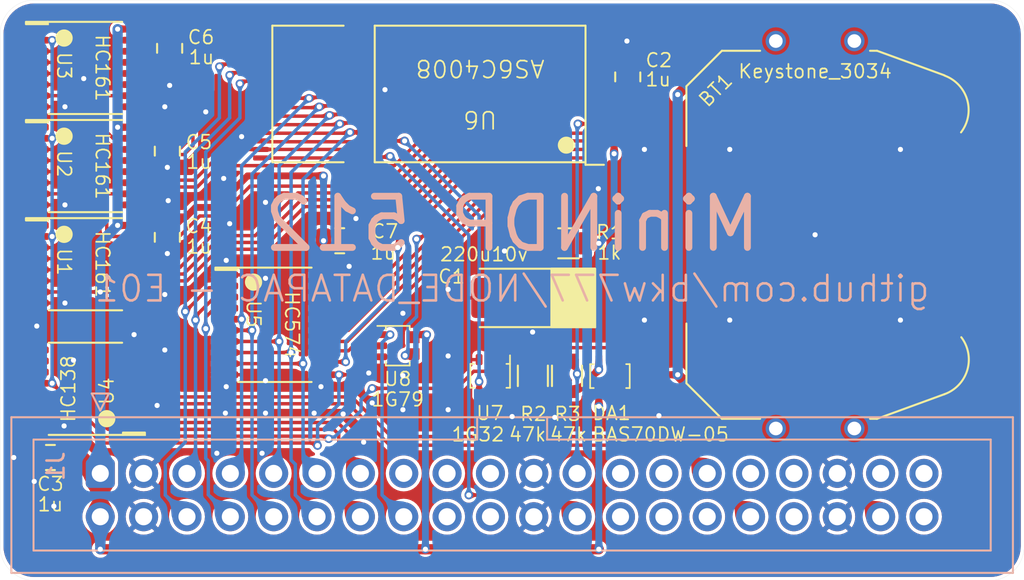
<source format=kicad_pcb>
(kicad_pcb (version 20240108) (generator "pcbnew") (generator_version "8.0")
  (title_block (title "MiniNDP 512") (date "2024-06-18") (rev "E01") (company "Brian K. White - b.kenyon.w@gmail.com") (comment 1 "github.com/bkw777/NODE_DATAPAC"))
  (layers (0 "F.Cu" signal) (31 "B.Cu" signal) (34 "B.Paste" user) (35 "F.Paste" user) (36 "B.SilkS" user "B.Silkscreen") (37 "F.SilkS" user "F.Silkscreen") (38 "B.Mask" user) (39 "F.Mask" user) (44 "Edge.Cuts" user))
  (net 0 "")
  (net 1 "GND")
  (net 2 "VMEM")
  (net 3 "VBUS")
  (net 4 "/AD0")
  (net 5 "/AD1")
  (net 6 "/AD2")
  (net 7 "/AD3")
  (net 8 "/AD4")
  (net 9 "/AD5")
  (net 10 "/AD6")
  (net 11 "/AD7")
  (net 12 "/A8")
  (net 13 "/A9")
  (net 14 "/A10")
  (net 15 "/A11")
  (net 16 "/A12")
  (net 17 "/A13")
  (net 18 "/A14")
  (net 19 "/A15")
  (net 20 "/~{RD}")
  (net 21 "/RAMRST")
  (net 22 "/~{Y0}")
  (net 23 "/(A)")
  (net 29 "/~{BLOCK}")
  (net 30 "/~{BYTE}")
  (net 31 "/TC0")
  (net 34 "/BUS_A10")
  (net 38 "/SLEEP")
  (net 39 "/A5")
  (net 40 "/A6")
  (net 41 "/TC1")
  (net 42 "/~{CE}")
  (net 43 "/A7")
  (net 44 "+BATT")
  (net 45 "/BUS_A8")
  (net 46 "/BUS_A9")
  (net 47 "/A16")
  (net 48 "/A17")
  (net 49 "/A0")
  (net 50 "/A1")
  (net 51 "/A2")
  (net 52 "/A3")
  (net 53 "/A4")
  (net 66 "/A18")
  (net 69 "/~{WR}")
  (net 71 "Net-(C1-Pad1)")
  (footprint "000_LOCAL:CP_6032" (layer "F.Cu") (at 153.05 103.475 180)
    (property "Reference" "C1")
    (property "Value" "220u10v")
  )
  (footprint "000_LOCAL:TSSOP-16" (layer "F.Cu") (at 126.95 108.8 180)
    (property "Reference" "U4")
    (property "Value" "HC138")
  )
  (footprint "000_LOCAL:TSSOP-20" (layer "F.Cu") (at 138.05 105.05)
    (property "Reference" "U5")
    (property "Value" "HC574")
  )
  (footprint "000_LOCAL:C_0805" (layer "F.Cu") (at 141.849999 100.125)
    (property "Reference" "C7")
    (property "Value" "1u")
  )
  (footprint "000_LOCAL:Fiducial_0.75_1.5" (layer "F.Cu") (at 179.95 88.025 180)
    (property "Reference" "F3" (hide yes))
    (property "Value" "Fiducial_0.75_1.5" (hide yes))
  )
  (footprint "000_LOCAL:TSSOP-16" (layer "F.Cu") (at 126.949999 95.75)
    (property "Reference" "U2")
    (property "Value" "HC161")
  )
  (footprint "000_LOCAL:C_0805" (layer "F.Cu") (at 131.75 99.925001 -90)
    (property "Reference" "C4")
    (property "Value" "1u")
  )
  (footprint "000_LOCAL:SOT-363_SC-70-6_symmetric" (layer "F.Cu") (at 157.68 108.055 90)
    (property "Reference" "DA1")
    (property "Value" "BAS70DW-05")
  )
  (footprint "000_LOCAL:C_0805" (layer "F.Cu") (at 158.725 90.525 90)
    (property "Reference" "C2")
    (property "Value" "1u")
  )
  (footprint "000_LOCAL:R_0805" (layer "F.Cu") (at 155.250001 100.275 180)
    (property "Reference" "R1")
    (property "Value" "1k")
  )
  (footprint "000_LOCAL:SOT-353_SC-70-5" (layer "F.Cu") (at 150.665 108.04 -90)
    (property "Reference" "U7")
    (property "Value" "1G32")
  )
  (footprint "000_LOCAL:SOT-353_SC-70-5" (layer "F.Cu") (at 145.25 106.275)
    (property "Reference" "U8")
    (property "Value" "1G79")
  )
  (footprint "000_LOCAL:R_0805" (layer "F.Cu") (at 153.165 108.04 90)
    (property "Reference" "R2")
    (property "Value" "47k")
  )
  (footprint "000_LOCAL:C_0805" (layer "F.Cu") (at 131.75 94.875 -90)
    (property "Reference" "C5")
    (property "Value" "1u")
  )
  (footprint "000_LOCAL:TSSOP-16" (layer "F.Cu") (at 126.95 90)
    (property "Reference" "U3")
    (property "Value" "HC161")
  )
  (footprint "000_LOCAL:Fiducial_0.75_1.5" (layer "F.Cu") (at 123.95 118.025)
    (property "Reference" "F3" (hide yes))
    (property "Value" "Fiducial_0.75_1.5" (hide yes))
  )
  (footprint "000_LOCAL:SolderJumper-2_Open 0.65mm" (layer "F.Cu") (at 146.200002 106.274997 -90)
    (property "Reference" "JP1" (hide yes))
    (property "Value" "256k" (hide yes))
  )
  (footprint "000_LOCAL:Fiducial_0.75_1.5" (layer "F.Cu") (at 179.95 118.025 90)
    (property "Reference" "F3" (hide yes))
    (property "Value" "Fiducial_0.75_1.5" (hide yes))
  )
  (footprint "000_LOCAL:Keystone_3028_3034" (layer "F.Cu") (at 169.7 99.775 90)
    (property "Reference" "BT1")
    (property "Value" "Keystone_3034")
  )
  (footprint "000_LOCAL:TSOP32-dual" (layer "F.Cu") (at 147.075 91.525 180)
    (property "Reference" "U6")
    (property "Value" "AS6C4008")
  )
  (footprint "000_LOCAL:R_0805" (layer "F.Cu") (at 155.165 108.04 90)
    (property "Reference" "R3")
    (property "Value" "47k")
  )
  (footprint "000_LOCAL:TSSOP-16" (layer "F.Cu") (at 126.95 101.5)
    (property "Reference" "U1")
    (property "Value" "HC161")
  )
  (footprint "000_LOCAL:C_0805" (layer "F.Cu") (at 131.884 88.850001 -90)
    (property "Reference" "C6")
    (property "Value" "1u")
  )
  (footprint "000_LOCAL:MiniNDP_Cover" (layer "F.Cu") (at 151.95 103)
    (property "Reference" "ENCLOSURE")
    (property "Value" "MiniNDP_Cover")
  )
  (footprint "000_LOCAL:C_0805" (layer "F.Cu") (at 124.899999 112.825 180)
    (property "Reference" "C3")
    (property "Value" "1u")
  )
  (footprint "000_LOCAL:IDC-Header_2x20_P2.54mm_Vertical" (layer "B.Cu") (at 127.82 113.755 -90)
    (property "Reference" "J1")
    (property "Value" "Conn_02x20_Odd_Even")
  )
  (gr_line (start 123.95 86.025) (end 179.95 86.025) (stroke (width 0.01)) (layer "Edge.Cuts"))
  (gr_arc (start 121.95 88.025) (mid 122.535786 86.610786) (end 123.95 86.025) (stroke (width 0.01)) (layer "Edge.Cuts"))
  (gr_line (start 179.95 120.025) (end 123.95 120.025) (stroke (width 0.01)) (layer "Edge.Cuts"))
  (gr_arc (start 179.95 86.024999) (mid 181.364214 86.610786) (end 181.950001 88.025) (stroke (width 0.01)) (layer "Edge.Cuts"))
  (gr_line (start 181.95 88.025) (end 181.95 118.025) (stroke (width 0.01)) (layer "Edge.Cuts"))
  (gr_arc (start 181.950001 118.025) (mid 181.364214 119.439214) (end 179.95 120.025001) (stroke (width 0.01)) (layer "Edge.Cuts"))
  (gr_line (start 121.95 118.025) (end 121.95 88.025) (stroke (width 0.01)) (layer "Edge.Cuts"))
  (gr_arc (start 123.95 120.025001) (mid 122.535786 119.439214) (end 121.949999 118.025) (stroke (width 0.01)) (layer "Edge.Cuts"))
  (gr_text "${TITLE}" (at 151.95 99.15 0) (layer "B.SilkS") (effects (font (size 3 3) (thickness 0.4)) (justify mirror)))
  (gr_text "${COMMENT1} - ${REVISION}" (at 151.95 102.935 0) (layer "B.SilkS") (effects (font (size 1.5 1.5)) (justify mirror)))
  (via (at 126.85 90.625) (size 0.5) (drill 0.3) (layers "F.Cu" "B.Cu") (net 1))
  (via (at 134 92.575) (size 0.5) (drill 0.3) (layers "F.Cu" "B.Cu") (net 1))
  (via (at 142.799998 98.825) (size 0.5) (drill 0.3) (layers "F.Cu" "B.Cu") (net 1))
  (via (at 131.75 95.824999) (size 0.5) (drill 0.3) (layers "F.Cu" "B.Cu") (net 1))
  (via (at 142.4 101.625) (size 0.5) (drill 0.3) (layers "F.Cu" "B.Cu") (net 1))
  (via (at 148.2 106.875) (size 0.5) (drill 0.3) (layers "F.Cu" "B.Cu") (net 1))
  (via (at 169.7 99.775) (size 0.5) (drill 0.3) (layers "F.Cu" "B.Cu") (net 1))
  (via (at 148.2 110.025) (size 0.5) (drill 0.3) (layers "F.Cu" "B.Cu") (net 1))
  (via (at 143.55 107.875) (size 0.5) (drill 0.3) (layers "F.Cu" "B.Cu") (net 1))
  (via (at 157 97.075) (size 0.5) (drill 0.3) (layers "F.Cu" "B.Cu") (net 1))
  (via (at 164.7 94.775) (size 0.5) (drill 0.3) (layers "F.Cu" "B.Cu") (net 1))
  (via (at 154.45 110.475) (size 0.5) (drill 0.3) (layers "F.Cu" "B.Cu") (net 1))
  (via (at 134.65 112.575) (size 0.5) (drill 0.3) (layers "F.Cu" "B.Cu") (net 1))
  (via (at 143.75 109.625) (size 0.5) (drill 0.3) (layers "F.Cu" "B.Cu") (net 1))
  (via (at 174.7 94.775) (size 0.5) (drill 0.3) (layers "F.Cu" "B.Cu") (net 1))
  (via (at 131.8 97.775) (size 0.5) (drill 0.3) (layers "F.Cu" "B.Cu") (net 1))
  (via (at 140.35 110.225) (size 0.5) (drill 0.3) (layers "F.Cu" "B.Cu") (net 1))
  (via (at 125.75 92.275) (size 0.5) (drill 0.3) (layers "F.Cu" "B.Cu") (net 1))
  (via (at 124.1 105.125) (size 0.5) (drill 0.3) (layers "F.Cu" "B.Cu") (net 1))
  (via (at 131.15 109.775) (size 0.5) (drill 0.3) (layers "F.Cu" "B.Cu") (net 1))
  (via (at 131.75 100.875) (size 0.5) (drill 0.3) (layers "F.Cu" "B.Cu") (net 1))
  (via (at 131.884 91.025) (size 0.5) (drill 0.3) (layers "F.Cu" "B.Cu") (net 1))
  (via (at 159.7 94.775) (size 0.5) (drill 0.3) (layers "F.Cu" "B.Cu") (net 1))
  (via (at 137.3 112.575) (size 0.5) (drill 0.3) (layers "F.Cu" "B.Cu") (net 1))
  (via (at 135.2 108.675) (size 0.5) (drill 0.3) (layers "F.Cu" "B.Cu") (net 1))
  (via (at 145.55 108.025) (size 0.5) (drill 0.3) (layers "F.Cu" "B.Cu") (net 1))
  (via (at 135.2 101.275) (size 0.5) (drill 0.3) (layers "F.Cu" "B.Cu") (net 1))
  (via (at 131.6 92.275) (size 0.5) (drill 0.3) (layers "F.Cu" "B.Cu") (net 1))
  (via (at 131.6 103.275) (size 0.5) (drill 0.3) (layers "F.Cu" "B.Cu") (net 1))
  (via (at 122.75 112.825) (size 0.5) (drill 0.3) (layers "F.Cu" "B.Cu") (net 1))
  (via (at 123.95 114.225) (size 0.5) (drill 0.3) (layers "F.Cu" "B.Cu") (net 1))
  (via (at 144.5 91.275) (size 0.5) (drill 0.3) (layers "F.Cu" "B.Cu") (net 1))
  (via (at 137.5 108.325) (size 0.5) (drill 0.3) (layers "F.Cu" "B.Cu") (net 1))
  (via (at 164.7 104.775) (size 0.5) (drill 0.3) (layers "F.Cu" "B.Cu") (net 1))
  (via (at 153.15 105.475) (size 0.5) (drill 0.3) (layers "F.Cu" "B.Cu") (net 1))
  (via (at 131.6 106.525) (size 0.5) (drill 0.3) (layers "F.Cu" "B.Cu") (net 1))
  (via (at 136.1 94.025) (size 0.5) (drill 0.3) (layers "F.Cu" "B.Cu") (net 1))
  (via (at 125.1 115.675) (size 0.5) (drill 0.3) (layers "F.Cu" "B.Cu") (net 1))
  (via (at 135.05 96.475) (size 0.5) (drill 0.3) (layers "F.Cu" "B.Cu") (net 1))
  (via (at 137.5 110.225) (size 0.5) (drill 0.3) (layers "F.Cu" "B.Cu") (net 1))
  (via (at 135.4 99.125) (size 0.5) (drill 0.3) (layers "F.Cu" "B.Cu") (net 1))
  (via (at 145.55 110.025) (size 0.5) (drill 0.3) (layers "F.Cu" "B.Cu") (net 1))
  (via (at 143.25 111.925) (size 0.5) (drill 0.3) (layers "F.Cu" "B.Cu") (net 1))
  (via (at 159.7 104.775) (size 0.5) (drill 0.3) (layers "F.Cu" "B.Cu") (net 1))
  (via (at 135.15 110.225) (size 0.5) (drill 0.3) (layers "F.Cu" "B.Cu") (net 1))
  (via (at 142.05 110.275) (size 0.5) (drill 0.3) (layers "F.Cu" "B.Cu") (net 1))
  (via (at 125.75 103.775) (size 0.5) (drill 0.3) (layers "F.Cu" "B.Cu") (net 1))
  (via (at 137.5 102.325) (size 0.5) (drill 0.3) (layers "F.Cu" "B.Cu") (net 1))
  (via (at 158.675 88.425) (size 0.5) (drill 0.3) (layers "F.Cu" "B.Cu") (net 1))
  (via (at 125.7 110.975) (size 0.5) (drill 0.3) (layers "F.Cu" "B.Cu") (net 1))
  (via (at 148.2 102.975) (size 0.5) (drill 0.3) (layers "F.Cu" "B.Cu") (net 1))
  (via (at 137.5 97.875) (size 0.5) (drill 0.3) (layers "F.Cu" "B.Cu") (net 1))
  (via (at 174.7 104.775) (size 0.5) (drill 0.3) (layers "F.Cu" "B.Cu") (net 1))
  (via (at 151.95 110.425) (size 0.5) (drill 0.3) (layers "F.Cu" "B.Cu") (net 1))
  (via (at 129.8 105.625) (size 0.5) (drill 0.3) (layers "F.Cu" "B.Cu") (net 1))
  (via (at 160.55 110.375) (size 0.5) (drill 0.3) (layers "F.Cu" "B.Cu") (net 1))
  (via (at 140.75 108.675) (size 0.5) (drill 0.3) (layers "F.Cu" "B.Cu") (net 1))
  (via (at 126.25 107.125) (size 0.5) (drill 0.3) (layers "F.Cu" "B.Cu") (net 1))
  (via (at 125.75 98.025) (size 0.5) (drill 0.3) (layers "F.Cu" "B.Cu") (net 1))
  (via (at 151.5 100.725) (size 0.5) (drill 0.3) (layers "F.Cu" "B.Cu") (net 1))
  (via (at 145.55 104.375) (size 0.5) (drill 0.3) (layers "F.Cu" "B.Cu") (net 1))
  (segment (start 155.164999 108.99) (end 151.315 108.99) (width 0.4) (layer "F.Cu") (net 2))
  (segment (start 157.925 91.775) (end 157.925 95.025) (width 0.4) (layer "F.Cu") (net 2))
  (segment (start 157.65 91.775) (end 156.925 91.775) (width 0.3) (layer "F.Cu") (net 2))
  (segment (start 155.88 108.825) (end 155.329999 108.825) (width 0.4) (layer "F.Cu") (net 2))
  (segment (start 158.725 91.474999) (end 158.424999 91.775) (width 0.3) (layer "F.Cu") (net 2))
  (segment (start 158.424999 91.775) (end 157.65 91.775) (width 0.3) (layer "F.Cu") (net 2))
  (segment (start 158.225001 91.474999) (end 157.925 91.775) (width 0.4) (layer "F.Cu") (net 2))
  (segment (start 157.03 107.675) (end 157.03 107.105) (width 0.4) (layer "F.Cu") (net 2))
  (segment (start 157.03 100.275) (end 156.2 100.275) (width 0.4) (layer "F.Cu") (net 2))
  (segment (start 158.725 91.474999) (end 158.225001 91.474999) (width 0.4) (layer "F.Cu") (net 2))
  (segment (start 157.03 107.675) (end 155.88 108.825) (width 0.4) (layer "F.Cu") (net 2))
  (segment (start 155.329999 108.825) (end 155.165 108.989999) (width 0.4) (layer "F.Cu") (net 2))
  (segment (start 157.65 91.775) (end 157.925 92.05) (width 0.3) (layer "F.Cu") (net 2))
  (via (at 157.925 95.025) (size 0.5) (drill 0.3) (layers "F.Cu" "B.Cu") (net 2))
  (via (at 157.03 100.275) (size 0.5) (drill 0.3) (layers "F.Cu" "B.Cu") (net 2))
  (via (at 157.03 107.675) (size 0.5) (drill 0.3) (layers "F.Cu" "B.Cu") (net 2))
  (segment (start 157.925 99.38) (end 157.03 100.275) (width 0.4) (layer "B.Cu") (net 2))
  (segment (start 157.925 95.025) (end 157.925 99.38) (width 0.4) (layer "B.Cu") (net 2))
  (segment (start 157.03 100.275) (end 157.03 107.675) (width 0.4) (layer "B.Cu") (net 2))
  (segment (start 133.4 98.175) (end 132.85 98.725) (width 0.4) (layer "F.Cu") (net 3))
  (segment (start 126.89 112.825) (end 127.82 113.755) (width 0.6) (layer "F.Cu") (net 3))
  (segment (start 157.03 109.825) (end 157.03 109.005) (width 0.4) (layer "F.Cu") (net 3))
  (segment (start 129.8 99.225) (end 131.500002 99.225) (width 0.4) (layer "F.Cu") (net 3))
  (segment (start 129.799999 93.475) (end 128.836 93.475) (width 0.4) (layer "F.Cu") (net 3))
  (segment (start 132.85 98.725) (end 132.000002 98.725) (width 0.4) (layer "F.Cu") (net 3))
  (segment (start 125.849998 112.825) (end 125.849998 112.474998) (width 0.4) (layer "F.Cu") (net 3))
  (segment (start 127.82 116.295) (end 127.82 113.755) (width 0.6) (layer "F.Cu") (net 3))
  (segment (start 129.8 87.725) (end 131.708998 87.725) (width 0.4) (layer "F.Cu") (net 3))
  (segment (start 136.45 96.325) (end 134.6 98.175) (width 0.4) (layer "F.Cu") (net 3))
  (segment (start 129.8 87.725) (end 128.836 87.725) (width 0.4) (layer "F.Cu") (net 3))
  (segment (start 131.708998 87.725) (end 131.884 87.900002) (width 0.4) (layer "F.Cu") (net 3))
  (segment (start 127.82 103.125) (end 129.8 103.125) (width 0.2) (layer "F.Cu") (net 3))
  (segment (start 129.8 93.474999) (end 129.8 92.275) (width 0.2) (layer "F.Cu") (net 3))
  (segment (start 140.9 100.125) (end 140.9 102.125) (width 0.4) (layer "F.Cu") (net 3))
  (segment (start 140.9 96.325) (end 136.45 96.325) (width 0.4) (layer "F.Cu") (net 3))
  (segment (start 129.799999 93.475) (end 129.8 93.474999) (width 0.2) (layer "F.Cu") (net 3))
  (segment (start 125.849998 112.474998) (end 124.45 111.075) (width 0.4) (layer "F.Cu") (net 3))
  (segment (start 134.6 98.175) (end 133.4 98.175) (width 0.4) (layer "F.Cu") (net 3))
  (segment (start 124.45 111.075) (end 124.1 111.075) (width 0.4) (layer "F.Cu") (net 3))
  (segment (start 128.836 99.225) (end 129.8 99.225) (width 0.4) (layer "F.Cu") (net 3))
  (segment (start 131.500002 99.225) (end 131.75 98.975002) (width 0.4) (layer "F.Cu") (net 3))
  (segment (start 129.799999 99.224999) (end 129.8 99.225) (width 0.2) (layer "F.Cu") (net 3))
  (segment (start 129.799999 98.025) (end 129.799999 99.224999) (width 0.2) (layer "F.Cu") (net 3))
  (segment (start 129.8 103.125) (end 129.8 103.775) (width 0.2) (layer "F.Cu") (net 3))
  (segment (start 131.299999 93.475) (end 129.799999 93.475) (width 0.4) (layer "F.Cu") (net 3))
  (segment (start 131.75 93.925001) (end 131.299999 93.475) (width 0.4) (layer "F.Cu") (net 3))
  (segment (start 146.95 105.627) (end 146.202 105.627) (width 0.4) (layer "F.Cu") (net 3))
  (segment (start 125.849998 112.825) (end 126.89 112.825) (width 0.6) (layer "F.Cu") (net 3))
  (segment (start 146.202 105.627) (end 146.2 105.625) (width 0.4) (layer "F.Cu") (net 3))
  (segment (start 132.000002 98.725) (end 131.75 98.975002) (width 0.4) (layer "F.Cu") (net 3))
  (segment (start 124.1 103.125) (end 127.82 103.125) (width 0.2) (layer "F.Cu") (net 3))
  (segment (start 127.82 118.2) (end 146.87 118.2) (width 0.6) (layer "F.Cu") (net 3))
  (segment (start 146.87 118.2) (end 157.03 118.2) (width 0.6) (layer "F.Cu") (net 3))
  (via (at 146.95 105.627) (size 0.5) (drill 0.3) (layers "F.Cu" "B.Cu") (net 3))
  (via (at 140.9 96.325) (size 0.5) (drill 0.3) (layers "F.Cu" "B.Cu") (net 3))
  (via (at 127.82 103.125) (size 0.5) (drill 0.3) (layers "F.Cu" "B.Cu") (net 3))
  (via (at 128.836 87.725) (size 0.5) (drill 0.3) (layers "F.Cu" "B.Cu") (net 3))
  (via (at 128.836 93.475) (size 0.5) (drill 0.3) (layers "F.Cu" "B.Cu") (net 3))
  (via (at 127.82 118.2) (size 0.5) (drill 0.3) (layers "F.Cu" "B.Cu") (net 3))
  (via (at 157.03 109.825) (size 0.5) (drill 0.3) (layers "F.Cu" "B.Cu") (net 3))
  (via (at 146.87 118.2) (size 0.5) (drill 0.3) (layers "F.Cu" "B.Cu") (net 3))
  (via (at 140.9 100.125) (size 0.5) (drill 0.3) (layers "F.Cu" "B.Cu") (net 3))
  (via (at 157.03 118.2) (size 0.5) (drill 0.3) (layers "F.Cu" "B.Cu") (net 3))
  (via (at 128.836 99.225) (size 0.5) (drill 0.3) (layers "F.Cu" "B.Cu") (net 3))
  (segment (start 127.82 116.295) (end 127.82 118.2) (width 0.6) (layer "B.Cu") (net 3))
  (segment (start 128.836 87.725) (end 128.836 99.225) (width 0.6) (layer "B.Cu") (net 3))
  (segment (start 128.836 99.225) (end 127.82 100.241) (width 0.6) (layer "B.Cu") (net 3))
  (segment (start 146.87 105.707) (end 146.87 118.2) (width 0.4) (layer "B.Cu") (net 3))
  (segment (start 157.03 109.825) (end 157.03 118.2) (width 0.4) (layer "B.Cu") (net 3))
  (segment (start 127.82 103.15) (end 127.82 113.755) (width 0.6) (layer "B.Cu") (net 3))
  (segment (start 127.82 100.241) (end 127.82 103.125) (width 0.6) (layer "B.Cu") (net 3))
  (segment (start 146.95 105.627) (end 146.87 105.707) (width 0.4) (layer "B.Cu") (net 3))
  (segment (start 140.9 100.125) (end 140.9 96.325) (width 0.4) (layer "B.Cu") (net 3))
  (segment (start 134.8 89.925) (end 134.95 89.775) (width 0.2) (layer "F.Cu") (net 4))
  (segment (start 132.8 104.275) (end 134.2 102.875) (width 0.2) (layer "F.Cu") (net 4))
  (segment (start 135.1 102.875) (end 135.2 102.775) (width 0.2) (layer "F.Cu") (net 4))
  (segment (start 137.225 89.775) (end 143.225 89.775) (width 0.2) (layer "F.Cu") (net 4))
  (segment (start 134.2 102.875) (end 135.1 102.875) (width 0.2) (layer "F.Cu") (net 4))
  (segment (start 134.95 89.775) (end 137.225 89.775) (width 0.2) (layer "F.Cu") (net 4))
  (via (at 132.8 104.275) (size 0.5) (drill 0.3) (layers "F.Cu" "B.Cu") (net 4))
  (via (at 134.8 89.925) (size 0.5) (drill 0.3) (layers "F.Cu" "B.Cu") (net 4))
  (segment (start 131.63 115.025) (end 132.9 116.295) (width 0.2) (layer "B.Cu") (net 4))
  (segment (start 132.8 104.275) (end 132.8 94.925) (width 0.2) (layer "B.Cu") (net 4))
  (segment (start 131.63 113.095) (end 131.63 115.025) (width 0.2) (layer "B.Cu") (net 4))
  (segment (start 134.8 92.925) (end 134.8 89.925) (width 0.2) (layer "B.Cu") (net 4))
  (segment (start 132.8 94.925) (end 134.8 92.925) (width 0.2) (layer "B.Cu") (net 4))
  (segment (start 132.8 104.275) (end 132.8 111.925) (width 0.2) (layer "B.Cu") (net 4))
  (segment (start 132.8 111.925) (end 131.63 113.095) (width 0.2) (layer "B.Cu") (net 4))
  (segment (start 133.4 104.775) (end 133.4 104.55) (width 0.2) (layer "F.Cu") (net 5))
  (segment (start 135.55 90.275) (end 137.225 90.275) (width 0.2) (layer "F.Cu") (net 5))
  (segment (start 135.4 90.425) (end 135.55 90.275) (width 0.2) (layer "F.Cu") (net 5))
  (segment (start 137.225 90.275) (end 143.224999 90.275) (width 0.2) (layer "F.Cu") (net 5))
  (segment (start 135.1 103.525) (end 135.2 103.425) (width 0.2) (layer "F.Cu") (net 5))
  (segment (start 134.425 103.525) (end 135.1 103.525) (width 0.2) (layer "F.Cu") (net 5))
  (segment (start 133.4 104.55) (end 134.425 103.525) (width 0.2) (layer "F.Cu") (net 5))
  (via (at 135.4 90.425) (size 0.5) (drill 0.3) (layers "F.Cu" "B.Cu") (net 5))
  (via (at 133.4 104.775) (size 0.5) (drill 0.3) (layers "F.Cu" "B.Cu") (net 5))
  (segment (start 133.4 104.775) (end 133.4 113.255) (width 0.2) (layer "B.Cu") (net 5))
  (segment (start 133.4 113.255) (end 132.9 113.755) (width 0.2) (layer "B.Cu") (net 5))
  (segment (start 133.4 104.775) (end 133.4 94.925) (width 0.2) (layer "B.Cu") (net 5))
  (segment (start 133.4 94.925) (end 135.4 92.925) (width 0.2) (layer "B.Cu") (net 5))
  (segment (start 135.4 92.925) (end 135.4 90.425) (width 0.2) (layer "B.Cu") (net 5))
  (segment (start 134 104.6) (end 134.425 104.175) (width 0.2) (layer "F.Cu") (net 6))
  (segment (start 135.1 104.175) (end 135.2 104.075) (width 0.2) (layer "F.Cu") (net 6))
  (segment (start 136 90.925) (end 136.15 90.775) (width 0.2) (layer "F.Cu") (net 6))
  (segment (start 137.275 90.725) (end 143.175 90.725) (width 0.2) (layer "F.Cu") (net 6))
  (segment (start 143.175 90.725) (end 143.225 90.775) (width 0.2) (layer "F.Cu") (net 6))
  (segment (start 134.425 104.175) (end 135.1 104.175) (width 0.2) (layer "F.Cu") (net 6))
  (segment (start 136.15 90.775) (end 137.225 90.775) (width 0.2) (layer "F.Cu") (net 6))
  (segment (start 134 105.275) (end 134 104.6) (width 0.2) (layer "F.Cu") (net 6))
  (segment (start 137.225 90.775) (end 137.275 90.725) (width 0.2) (layer "F.Cu") (net 6))
  (via (at 134 105.275) (size 0.5) (drill 0.3) (layers "F.Cu" "B.Cu") (net 6))
  (via (at 136 90.925) (size 0.5) (drill 0.3) (layers "F.Cu" "B.Cu") (net 6))
  (segment (start 134.15 115.005) (end 135.44 116.295) (width 0.2) (layer "B.Cu") (net 6))
  (segment (start 136 92.925) (end 136 90.925) (width 0.2) (layer "B.Cu") (net 6))
  (segment (start 134 105.275) (end 134 112.875) (width 0.2) (layer "B.Cu") (net 6))
  (segment (start 134 94.925) (end 136 92.925) (width 0.2) (layer "B.Cu") (net 6))
  (segment (start 134 112.875) (end 134.15 113.025) (width 0.2) (layer "B.Cu") (net 6))
  (segment (start 134 105.275) (end 134 94.925) (width 0.2) (layer "B.Cu") (net 6))
  (segment (start 134.15 113.025) (end 134.15 115.005) (width 0.2) (layer "B.Cu") (net 6))
  (segment (start 136.1 104.725) (end 135.2 104.725) (width 0.2) (layer "F.Cu") (net 7))
  (segment (start 140.1 91.725) (end 143.175 91.725) (width 0.2) (layer "F.Cu") (net 7))
  (segment (start 137.225 91.775) (end 140.05 91.775) (width 0.2) (layer "F.Cu") (net 7))
  (segment (start 143.175 91.725) (end 143.225 91.775) (width 0.2) (layer "F.Cu") (net 7))
  (segment (start 140.05 91.775) (end 140.1 91.725) (width 0.2) (layer "F.Cu") (net 7))
  (via (at 140.05 91.775) (size 0.5) (drill 0.3) (layers "F.Cu" "B.Cu") (net 7))
  (via (at 136.1 104.725) (size 0.5) (drill 0.3) (layers "F.Cu" "B.Cu") (net 7))
  (segment (start 136.1 104.725) (end 136.1 95.725) (width 0.2) (layer "B.Cu") (net 7))
  (segment (start 136.1 95.725) (end 140.05 91.775) (width 0.2) (layer "B.Cu") (net 7))
  (segment (start 136.1 104.725) (end 136.1 113.095) (width 0.2) (layer "B.Cu") (net 7))
  (segment (start 136.1 113.095) (end 135.44 113.755) (width 0.2) (layer "B.Cu") (net 7))
  (segment (start 140.7 92.225) (end 143.175 92.225) (width 0.2) (layer "F.Cu") (net 8))
  (segment (start 137.275 92.325) (end 140.6 92.325) (width 0.2) (layer "F.Cu") (net 8))
  (segment (start 140.6 92.325) (end 140.7 92.225) (width 0.2) (layer "F.Cu") (net 8))
  (segment (start 137.225 92.275) (end 137.275 92.325) (width 0.2) (layer "F.Cu") (net 8))
  (segment (start 143.175 92.225) (end 143.225 92.275) (width 0.2) (layer "F.Cu") (net 8))
  (segment (start 136.71 105.375) (end 135.2 105.375) (width 0.2) (layer "F.Cu") (net 8))
  (via (at 136.71 105.375) (size 0.5) (drill 0.3) (layers "F.Cu" "B.Cu") (net 8))
  (via (at 140.65 92.275) (size 0.5) (drill 0.3) (layers "F.Cu" "B.Cu") (net 8))
  (segment (start 136.71 105.375) (end 136.71 115.025) (width 0.2) (layer "B.Cu") (net 8))
  (segment (start 136.71 105.375) (end 136.71 96.215) (width 0.2) (layer "B.Cu") (net 8))
  (segment (start 136.71 96.215) (end 140.65 92.275) (width 0.2) (layer "B.Cu") (net 8))
  (segment (start 136.71 115.025) (end 137.98 116.295) (width 0.2) (layer "B.Cu") (net 8))
  (segment (start 137.275 92.825) (end 141.2 92.825) (width 0.2) (layer "F.Cu") (net 9))
  (segment (start 143.174999 92.725) (end 143.224999 92.775) (width 0.2) (layer "F.Cu") (net 9))
  (segment (start 137.225 92.775) (end 137.275 92.825) (width 0.2) (layer "F.Cu") (net 9))
  (segment (start 141.2 92.825) (end 141.3 92.725) (width 0.2) (layer "F.Cu") (net 9))
  (segment (start 141.3 92.725) (end 143.174999 92.725) (width 0.2) (layer "F.Cu") (net 9))
  (segment (start 138.3 106.025) (end 135.2 106.025) (width 0.2) (layer "F.Cu") (net 9))
  (via (at 138.3 106.025) (size 0.5) (drill 0.3) (layers "F.Cu" "B.Cu") (net 9))
  (via (at 141.25 92.775) (size 0.5) (drill 0.3) (layers "F.Cu" "B.Cu") (net 9))
  (segment (start 138.3 95.725) (end 141.25 92.775) (width 0.2) (layer "B.Cu") (net 9))
  (segment (start 138.3 106.025) (end 138.3 95.725) (width 0.2) (layer "B.Cu") (net 9))
  (segment (start 138.3 113.435) (end 137.98 113.755) (width 0.2) (layer "B.Cu") (net 9))
  (segment (start 138.3 106.025) (end 138.3 113.435) (width 0.2) (layer "B.Cu") (net 9))
  (segment (start 143.175 93.225) (end 141.9 93.225) (width 0.2) (layer "F.Cu") (net 10))
  (segment (start 137.275 93.325) (end 137.225 93.275) (width 0.2) (layer "F.Cu") (net 10))
  (segment (start 141.9 93.225) (end 141.8 93.325) (width 0.2) (layer "F.Cu") (net 10))
  (segment (start 143.225 93.275) (end 143.175 93.225) (width 0.2) (layer "F.Cu") (net 10))
  (segment (start 141.8 93.325) (end 137.275 93.325) (width 0.2) (layer "F.Cu") (net 10))
  (segment (start 139 106.675) (end 135.2 106.675) (width 0.2) (layer "F.Cu") (net 10))
  (via (at 141.85 93.275) (size 0.5) (drill 0.3) (layers "F.Cu" "B.Cu") (net 10))
  (via (at 139 106.675) (size 0.5) (drill 0.3) (layers "F.Cu" "B.Cu") (net 10))
  (segment (start 139.25 113.225) (end 139.25 115.025) (width 0.2) (layer "B.Cu") (net 10))
  (segment (start 139 106.675) (end 139 96.125) (width 0.2) (layer "B.Cu") (net 10))
  (segment (start 139 106.675) (end 139 112.975) (width 0.2) (layer "B.Cu") (net 10))
  (segment (start 139.25 115.025) (end 140.52 116.295) (width 0.2) (layer "B.Cu") (net 10))
  (segment (start 139 112.975) (end 139.25 113.225) (width 0.2) (layer "B.Cu") (net 10))
  (segment (start 139 96.125) (end 141.85 93.275) (width 0.2) (layer "B.Cu") (net 10))
  (segment (start 142.4 93.825) (end 137.275 93.825) (width 0.2) (layer "F.Cu") (net 11))
  (segment (start 142.45 93.775) (end 143.225 93.775) (width 0.2) (layer "F.Cu") (net 11))
  (segment (start 142.45 93.775) (end 142.4 93.825) (width 0.2) (layer "F.Cu") (net 11))
  (segment (start 137.275 93.825) (end 137.225 93.775) (width 0.2) (layer "F.Cu") (net 11))
  (segment (start 139.7 107.325) (end 135.2 107.325) (width 0.2) (layer "F.Cu") (net 11))
  (via (at 139.7 107.325) (size 0.5) (drill 0.3) (layers "F.Cu" "B.Cu") (net 11))
  (via (at 142.45 93.775) (size 0.5) (drill 0.3) (layers "F.Cu" "B.Cu") (net 11))
  (segment (start 139.7 107.325) (end 139.7 96.525) (width 0.2) (layer "B.Cu") (net 11))
  (segment (start 139.7 107.325) (end 139.7 112.935) (width 0.2) (layer "B.Cu") (net 11))
  (segment (start 139.7 96.525) (end 142.45 93.775) (width 0.2) (layer "B.Cu") (net 11))
  (segment (start 139.7 112.935) (end 140.52 113.755) (width 0.2) (layer "B.Cu") (net 11))
  (segment (start 132.7 88.65) (end 133.575 87.775) (width 0.2) (layer "F.Cu") (net 12))
  (segment (start 130.85 88.65) (end 132.7 88.65) (width 0.2) (layer "F.Cu") (net 12))
  (segment (start 133.575 87.775) (end 137.225 87.775) (width 0.2) (layer "F.Cu") (net 12))
  (segment (start 129.875 88.95) (end 130.55 88.95) (width 0.2) (layer "F.Cu") (net 12))
  (segment (start 137.225 87.775) (end 143.224999 87.775) (width 0.2) (layer "F.Cu") (net 12))
  (segment (start 130.55 88.95) (end 130.85 88.65) (width 0.2) (layer "F.Cu") (net 12))
  (segment (start 129.8 89.025) (end 129.875 88.95) (width 0.2) (layer "F.Cu") (net 12))
  (segment (start 137.225 88.275) (end 143.225 88.275) (width 0.2) (layer "F.Cu") (net 13))
  (segment (start 131.1 89.05) (end 132.9 89.05) (width 0.2) (layer "F.Cu") (net 13))
  (segment (start 129.8 89.675) (end 129.875 89.6) (width 0.2) (layer "F.Cu") (net 13))
  (segment (start 133.675 88.275) (end 137.225 88.275) (width 0.2) (layer "F.Cu") (net 13))
  (segment (start 130.55 89.6) (end 131.1 89.05) (width 0.2) (layer "F.Cu") (net 13))
  (segment (start 132.9 89.05) (end 133.675 88.275) (width 0.2) (layer "F.Cu") (net 13))
  (segment (start 129.875 89.6) (end 130.55 89.6) (width 0.2) (layer "F.Cu") (net 13))
  (segment (start 140.9 102.775) (end 142.61 102.775) (width 0.2) (layer "F.Cu") (net 14))
  (segment (start 153.5 90.275) (end 156.925 90.275) (width 0.2) (layer "F.Cu") (net 14))
  (segment (start 144.3 101.085) (end 144.3 99.475) (width 0.2) (layer "F.Cu") (net 14))
  (segment (start 144.3 99.475) (end 153.5 90.275) (width 0.2) (layer "F.Cu") (net 14))
  (segment (start 142.61 102.775) (end 144.3 101.085) (width 0.2) (layer "F.Cu") (net 14))
  (segment (start 144.7 99.675) (end 153.65 90.725) (width 0.2) (layer "F.Cu") (net 15))
  (segment (start 140.9 103.425) (end 142.584314 103.425) (width 0.2) (layer "F.Cu") (net 15))
  (segment (start 142.584314 103.425) (end 144.7 101.309314) (width 0.2) (layer "F.Cu") (net 15))
  (segment (start 144.7 101.309314) (end 144.7 99.675) (width 0.2) (layer "F.Cu") (net 15))
  (segment (start 156.875 90.725) (end 156.925 90.775) (width 0.2) (layer "F.Cu") (net 15))
  (segment (start 153.65 90.725) (end 156.875 90.725) (width 0.2) (layer "F.Cu") (net 15))
  (segment (start 145.8 100.775) (end 145.8 99.775) (width 0.2) (layer "F.Cu") (net 16))
  (segment (start 140.9 104.075) (end 142.5 104.075) (width 0.2) (layer "F.Cu") (net 16))
  (segment (start 153.3 92.275) (end 156.925 92.275) (width 0.2) (layer "F.Cu") (net 16))
  (segment (start 145.8 99.775) (end 153.3 92.275) (width 0.2) (layer "F.Cu") (net 16))
  (segment (start 142.5 104.075) (end 145.8 100.775) (width 0.2) (layer "F.Cu") (net 16))
  (segment (start 142.434314 104.725) (end 153.334314 93.825) (width 0.2) (layer "F.Cu") (net 17))
  (segment (start 140.9 104.725) (end 142.434314 104.725) (width 0.2) (layer "F.Cu") (net 17))
  (segment (start 156.875 93.825) (end 156.925 93.775) (width 0.2) (layer "F.Cu") (net 17))
  (segment (start 153.334314 93.825) (end 156.875 93.825) (width 0.2) (layer "F.Cu") (net 17))
  (segment (start 142.35 105.375) (end 153.45 94.275) (width 0.2) (layer "F.Cu") (net 18))
  (segment (start 140.9 105.375) (end 142.35 105.375) (width 0.2) (layer "F.Cu") (net 18))
  (segment (start 153.45 94.275) (end 156.925 94.275) (width 0.2) (layer "F.Cu") (net 18))
  (segment (start 142.292157 106.025) (end 153.542157 94.775) (width 0.2) (layer "F.Cu") (net 19))
  (segment (start 153.542157 94.775) (end 156.925 94.775) (width 0.2) (layer "F.Cu") (net 19))
  (segment (start 140.9 106.025) (end 142.292157 106.025) (width 0.2) (layer "F.Cu") (net 19))
  (segment (start 137.225 95.275) (end 143.224999 95.275) (width 0.2) (layer "F.Cu") (net 20))
  (segment (start 143.274999 95.225) (end 143.224999 95.275) (width 0.2) (layer "F.Cu") (net 20))
  (segment (start 144.75 95.225) (end 143.274999 95.225) (width 0.2) (layer "F.Cu") (net 20))
  (segment (start 155.76 116.295) (end 154.49 115.025) (width 0.2) (layer "F.Cu") (net 20))
  (segment (start 154.49 115.025) (end 149.41 115.025) (width 0.2) (layer "F.Cu") (net 20))
  (segment (start 144.8 95.175) (end 144.75 95.225) (width 0.2) (layer "F.Cu") (net 20))
  (via (at 144.8 95.175) (size 0.5) (drill 0.3) (layers "F.Cu" "B.Cu") (net 20))
  (via (at 149.41 115.025) (size 0.5) (drill 0.3) (layers "F.Cu" "B.Cu") (net 20))
  (segment (start 149.41 99.785) (end 149.41 115.025) (width 0.2) (layer "B.Cu") (net 20))
  (segment (start 144.8 95.175) (end 149.41 99.785) (width 0.2) (layer "B.Cu") (net 20))
  (segment (start 172.27 115.025) (end 167.825 115.025) (width 0.2) (layer "F.Cu") (net 21))
  (segment (start 167.825 115.025) (end 167.19 114.39) (width 0.2) (layer "F.Cu") (net 21))
  (segment (start 167.19 114.39) (end 167.19 113.12) (width 0.2) (layer "F.Cu") (net 21))
  (segment (start 166.545 112.475) (end 164.9575 112.475) (width 0.2) (layer "F.Cu") (net 21))
  (segment (start 164.9575 112.475) (end 161.7075 109.225) (width 0.2) (layer "F.Cu") (net 21))
  (segment (start 158.33 109.225) (end 158.33 109.005) (width 0.2) (layer "F.Cu") (net 21))
  (segment (start 167.19 113.12) (end 166.545 112.475) (width 0.2) (layer "F.Cu") (net 21))
  (segment (start 161.7075 109.225) (end 158.33 109.225) (width 0.2) (layer "F.Cu") (net 21))
  (segment (start 173.54 116.295) (end 172.27 115.025) (width 0.2) (layer "F.Cu") (net 21))
  (segment (start 129.8 108.475) (end 131 108.475) (width 0.2) (layer "F.Cu") (net 22))
  (segment (start 161.729 112.104) (end 163.38 113.755) (width 0.2) (layer "F.Cu") (net 22))
  (segment (start 131 108.475) (end 132.2 109.675) (width 0.2) (layer "F.Cu") (net 22))
  (segment (start 132.2 109.675) (end 142.35 109.675) (width 0.2) (layer "F.Cu") (net 22))
  (segment (start 142.35 109.675) (end 144.779 112.104) (width 0.2) (layer "F.Cu") (net 22))
  (segment (start 144.779 112.104) (end 161.729 112.104) (width 0.2) (layer "F.Cu") (net 22))
  (segment (start 144.871 111.596) (end 163.126 111.596) (width 0.2) (layer "F.Cu") (net 23))
  (segment (start 164.65 115.025) (end 165.92 116.295) (width 0.2) (layer "F.Cu") (net 23))
  (segment (start 163.126 111.596) (end 164.65 113.12) (width 0.2) (layer "F.Cu") (net 23))
  (segment (start 130.95 107.825) (end 132.4 109.275) (width 0.2) (layer "F.Cu") (net 23))
  (segment (start 132.4 109.275) (end 142.55 109.275) (width 0.2) (layer "F.Cu") (net 23))
  (segment (start 142.55 109.275) (end 144.871 111.596) (width 0.2) (layer "F.Cu") (net 23))
  (segment (start 129.8 107.825) (end 130.95 107.825) (width 0.2) (layer "F.Cu") (net 23))
  (segment (start 164.65 113.12) (end 164.65 115.025) (width 0.2) (layer "F.Cu") (net 23))
  (segment (start 127.9 111.975) (end 125.7 109.775) (width 0.2) (layer "F.Cu") (net 29))
  (segment (start 123.3 109.675) (end 123 109.375) (width 0.2) (layer "F.Cu") (net 29))
  (segment (start 123 93.475) (end 124.099999 93.475) (width 0.2) (layer "F.Cu") (net 29))
  (segment (start 123 109.375) (end 123 87.943) (width 0.2) (layer "F.Cu") (net 29))
  (segment (start 124 109.675) (end 123.3 109.675) (width 0.2) (layer "F.Cu") (net 29))
  (segment (start 140.55 112.125) (end 140.4 111.975) (width 0.2) (layer "F.Cu") (net 29))
  (segment (start 141.8 107.975) (end 140.9 107.975) (width 0.2) (layer "F.Cu") (net 29))
  (segment (start 141.8 107.975) (end 142.3 107.975) (width 0.2) (layer "F.Cu") (net 29))
  (segment (start 140.4 111.975) (end 127.9 111.975) (width 0.2) (layer "F.Cu") (net 29))
  (segment (start 123 99.225) (end 124.1 99.225) (width 0.2) (layer "F.Cu") (net 29))
  (segment (start 123.218 87.725) (end 124.1 87.725) (width 0.2) (layer "F.Cu") (net 29))
  (segment (start 142.3 107.975) (end 143.9 106.375) (width 0.2) (layer "F.Cu") (net 29))
  (segment (start 144.200001 106.375) (end 144.300001 106.275) (width 0.2) (layer "F.Cu") (net 29))
  (segment (start 124.1 109.775) (end 124 109.675) (width 0.2) (layer "F.Cu") (net 29))
  (segment (start 125.7 109.775) (end 124.1 109.775) (width 0.2) (layer "F.Cu") (net 29))
  (segment (start 123 87.943) (end 123.218 87.725) (width 0.2) (layer "F.Cu") (net 29))
  (segment (start 143.9 106.375) (end 144.200001 106.375) (width 0.2) (layer "F.Cu") (net 29))
  (via (at 140.55 112.125) (size 0.5) (drill 0.3) (layers "F.Cu" "B.Cu") (net 29))
  (via (at 141.8 107.975) (size 0.5) (drill 0.3) (layers "F.Cu" "B.Cu") (net 29))
  (segment (start 141.8 109.7) (end 140.55 110.95) (width 0.2) (layer "B.Cu") (net 29))
  (segment (start 140.55 110.95) (end 140.55 112.125) (width 0.2) (layer "B.Cu") (net 29))
  (segment (start 141.8 107.975) (end 141.8 109.7) (width 0.2) (layer "B.Cu") (net 29))
  (segment (start 151 107.775) (end 151.25 107.525) (width 0.2) (layer "F.Cu") (net 30))
  (segment (start 128.1 111.575) (end 141.05 111.575) (width 0.2) (layer "F.Cu") (net 30))
  (segment (start 141.05 111.575) (end 141.2 111.725) (width 0.2) (layer "F.Cu") (net 30))
  (segment (start 143.75 108.775) (end 148.7 108.775) (width 0.2) (layer "F.Cu") (net 30))
  (segment (start 125 108.475) (end 124.1 108.475) (width 0.2) (layer "F.Cu") (net 30))
  (segment (start 124.1 99.875) (end 125 99.875) (width 0.2) (layer "F.Cu") (net 30))
  (segment (start 148.7 108.775) (end 149.7 107.775) (width 0.2) (layer "F.Cu") (net 30))
  (segment (start 124.099999 94.125) (end 125 94.125) (width 0.2) (layer "F.Cu") (net 30))
  (segment (start 125 108.475) (end 128.1 111.575) (width 0.2) (layer "F.Cu") (net 30))
  (segment (start 149.7 107.775) (end 151 107.775) (width 0.2) (layer "F.Cu") (net 30))
  (segment (start 124.1 88.375) (end 125 88.375) (width 0.2) (layer "F.Cu") (net 30))
  (segment (start 151.25 107.155) (end 151.315 107.09) (width 0.2) (layer "F.Cu") (net 30))
  (segment (start 151.25 107.525) (end 151.25 107.155) (width 0.2) (layer "F.Cu") (net 30))
  (via (at 125 88.375) (size 0.5) (drill 0.3) (layers "F.Cu" "B.Cu") (net 30))
  (via (at 125 108.475) (size 0.5) (drill 0.3) (layers "F.Cu" "B.Cu") (net 30))
  (via (at 141.2 111.725) (size 0.5) (drill 0.3) (layers "F.Cu" "B.Cu") (net 30))
  (via (at 125 99.875) (size 0.5) (drill 0.3) (layers "F.Cu" "B.Cu") (net 30))
  (via (at 143.75 108.775) (size 0.5) (drill 0.3) (layers "F.Cu" "B.Cu") (net 30))
  (via (at 125 94.125) (size 0.5) (drill 0.3) (layers "F.Cu" "B.Cu") (net 30))
  (segment (start 143.1 109.425) (end 143.1 110.075) (width 0.2) (layer "B.Cu") (net 30))
  (segment (start 143.75 108.775) (end 143.1 109.425) (width 0.2) (layer "B.Cu") (net 30))
  (segment (start 143.1 110.075) (end 141.45 111.725) (width 0.2) (layer "B.Cu") (net 30))
  (segment (start 125 99.875) (end 125 94.125) (width 0.2) (layer "B.Cu") (net 30))
  (segment (start 141.45 111.725) (end 141.2 111.725) (width 0.2) (layer "B.Cu") (net 30))
  (segment (start 125 108.475) (end 125 99.875) (width 0.2) (layer "B.Cu") (net 30))
  (segment (start 125 94.125) (end 125 88.375) (width 0.2) (layer "B.Cu") (net 30))
  (segment (start 128.2 99.5) (end 128.2 97.375) (width 0.2) (layer "F.Cu") (net 31))
  (segment (start 128.575 99.875) (end 128.2 99.5) (width 0.2) (layer "F.Cu") (net 31))
  (segment (start 124.099999 97.375) (end 128.2 97.375) (width 0.2) (layer "F.Cu") (net 31))
  (segment (start 128.2 97.375) (end 129.799999 97.375) (width 0.2) (layer "F.Cu") (net 31))
  (segment (start 129.8 99.875) (end 128.575 99.875) (width 0.2) (layer "F.Cu") (net 31))
  (segment (start 144.8 105.625) (end 144.3 105.625) (width 0.2) (layer "F.Cu") (net 34))
  (via (at 144.8 105.625) (size 0.5) (drill 0.3) (layers "F.Cu" "B.Cu") (net 34))
  (segment (start 144.8 105.625) (end 144.33 106.095) (width 0.2) (layer "B.Cu") (net 34))
  (segment (start 144.33 106.095) (end 144.33 115.025) (width 0.2) (layer "B.Cu") (net 34))
  (segment (start 144.33 115.025) (end 145.6 116.295) (width 0.2) (layer "B.Cu") (net 34))
  (segment (start 150.665 106.658) (end 150.665 107.090001) (width 0.2) (layer "F.Cu") (net 38))
  (segment (start 158.014 106.389) (end 154.186 106.389) (width 0.2) (layer "F.Cu") (net 38))
  (segment (start 158.2492 106.6242) (end 158.014 106.389) (width 0.2) (layer "F.Cu") (net 38))
  (segment (start 152.164 106.389) (end 150.934 106.389) (width 0.2) (layer "F.Cu") (net 38))
  (segment (start 150.934 106.389) (end 150.665 106.658) (width 0.2) (layer "F.Cu") (net 38))
  (segment (start 154.186 106.389) (end 153.484999 107.090001) (width 0.2) (layer "F.Cu") (net 38))
  (segment (start 158.2492 107.0242) (end 158.2492 106.6242) (width 0.2) (layer "F.Cu") (net 38))
  (segment (start 158.33 107.105) (end 158.2492 107.0242) (width 0.2) (layer "F.Cu") (net 38))
  (segment (start 153.484999 107.090001) (end 153.165 107.090001) (width 0.2) (layer "F.Cu") (net 38))
  (segment (start 153.165 107.090001) (end 152.865001 107.090001) (width 0.2) (layer "F.Cu") (net 38))
  (segment (start 152.865001 107.090001) (end 152.164 106.389) (width 0.2) (layer "F.Cu") (net 38))
  (segment (start 130.9 95.075) (end 132.725 95.075) (width 0.2) (layer "F.Cu") (net 39))
  (segment (start 129.899999 95.325) (end 130.65 95.325) (width 0.2) (layer "F.Cu") (net 39))
  (segment (start 133.25 92.2125) (end 134.2 91.2625) (width 0.2) (layer "F.Cu") (net 39))
  (segment (start 134.2 91.2625) (end 134.2 89.675) (width 0.2) (layer "F.Cu") (net 39))
  (segment (start 134.6 89.275) (end 137.225 89.275) (width 0.2) (layer "F.Cu") (net 39))
  (segment (start 137.225 89.275) (end 143.225 89.275) (width 0.2) (layer "F.Cu") (net 39))
  (segment (start 129.799999 95.425) (end 129.899999 95.325) (width 0.2) (layer "F.Cu") (net 39))
  (segment (start 134.2 89.675) (end 134.6 89.275) (width 0.2) (layer "F.Cu") (net 39))
  (segment (start 132.725 95.075) (end 133.25 94.55) (width 0.2) (layer "F.Cu") (net 39))
  (segment (start 130.65 95.325) (end 130.9 95.075) (width 0.2) (layer "F.Cu") (net 39))
  (segment (start 133.25 94.55) (end 133.25 92.2125) (width 0.2) (layer "F.Cu") (net 39))
  (segment (start 129.799999 96.075) (end 129.899999 96.175) (width 0.2) (layer "F.Cu") (net 40))
  (segment (start 137.225 94.775) (end 143.225 94.775) (width 0.2) (layer "F.Cu") (net 40))
  (segment (start 135.125 94.775) (end 137.225 94.775) (width 0.2) (layer "F.Cu") (net 40))
  (segment (start 129.899999 96.175) (end 130.55 96.175) (width 0.2) (layer "F.Cu") (net 40))
  (segment (start 130.55 96.175) (end 130.95 96.575) (width 0.2) (layer "F.Cu") (net 40))
  (segment (start 130.95 96.575) (end 133.325 96.575) (width 0.2) (layer "F.Cu") (net 40))
  (segment (start 133.325 96.575) (end 135.125 94.775) (width 0.2) (layer "F.Cu") (net 40))
  (segment (start 129.799999 94.125) (end 128.575 94.125) (width 0.2) (layer "F.Cu") (net 41))
  (segment (start 128.575 94.125) (end 128.2 93.75) (width 0.2) (layer "F.Cu") (net 41))
  (segment (start 128.2 91.625) (end 129.8 91.625) (width 0.2) (layer "F.Cu") (net 41))
  (segment (start 128.2 93.75) (end 128.2 91.625) (width 0.2) (layer "F.Cu") (net 41))
  (segment (start 124.1 91.625) (end 128.2 91.625) (width 0.2) (layer "F.Cu") (net 41))
  (segment (start 150.015 108.99) (end 150.015 108.375) (width 0.2) (layer "F.Cu") (net 42))
  (segment (start 137.275 94.325) (end 143.175 94.325) (width 0.2) (layer "F.Cu") (net 42))
  (segment (start 137.225 94.275) (end 137.275 94.325) (width 0.2) (layer "F.Cu") (net 42))
  (segment (start 143.175 94.325) (end 143.225 94.275) (width 0.2) (layer "F.Cu") (net 42))
  (segment (start 145.65 94.275) (end 143.225 94.275) (width 0.2) (layer "F.Cu") (net 42))
  (via (at 145.65 94.275) (size 0.5) (drill 0.3) (layers "F.Cu" "B.Cu") (net 42))
  (via (at 150.015 108.375) (size 0.5) (drill 0.3) (layers "F.Cu" "B.Cu") (net 42))
  (segment (start 145.65 94.275) (end 150.015 98.64) (width 0.2) (layer "B.Cu") (net 42))
  (segment (start 150.015 98.64) (end 150.015 108.375) (width 0.2) (layer "B.Cu") (net 42))
  (segment (start 145.05 95.725) (end 134.75 95.725) (width 0.2) (layer "F.Cu") (net 43))
  (segment (start 153 87.775) (end 145.05 95.725) (width 0.2) (layer "F.Cu") (net 43))
  (segment (start 130.75 96.975) (end 130.5 96.725) (width 0.2) (layer "F.Cu") (net 43))
  (segment (start 156.925 87.775) (end 153 87.775) (width 0.2) (layer "F.Cu") (net 43))
  (segment (start 134.75 95.725) (end 133.5 96.975) (width 0.2) (layer "F.Cu") (net 43))
  (segment (start 130.5 96.725) (end 129.799999 96.725) (width 0.2) (layer "F.Cu") (net 43))
  (segment (start 133.5 96.975) (end 130.75 96.975) (width 0.2) (layer "F.Cu") (net 43))
  (segment (start 162.2 108.525) (end 164.8 111.125) (width 0.6) (layer "F.Cu") (net 44))
  (segment (start 157.68 109.005) (end 157.68 108.5) (width 0.4) (layer "F.Cu") (net 44))
  (segment (start 161.65 107.975) (end 162.2 108.525) (width 0.6) (layer "F.Cu") (net 44))
  (segment (start 161.65 91.561) (end 164.786 88.425) (width 0.6) (layer "F.Cu") (net 44))
  (segment (start 164.8 111.125) (end 169.7 111.125) (width 0.6) (layer "F.Cu") (net 44))
  (segment (start 157.68 108.5) (end 158.205 107.975) (width 0.4) (layer "F.Cu") (net 44))
  (segment (start 158.205 107.975) (end 161.65 107.975) (width 0.4) (layer "F.Cu") (net 44))
  (segment (start 164.786 88.425) (end 169.7 88.425) (width 0.6) (layer "F.Cu") (net 44))
  (via (at 167.4 88.425) (size 1.2) (drill 0.8) (layers "F.Cu" "B.Cu") (net 44))
  (via (at 167.4 111.125) (size 1.2) (drill 0.8) (layers "F.Cu" "B.Cu") (net 44))
  (via (at 161.65 91.561) (size 0.5) (drill 0.3) (layers "F.Cu" "B.Cu") (net 44))
  (via (at 161.65 107.975) (size 0.5) (drill 0.3) (layers "F.Cu" "B.Cu") (net 44))
  (via (at 172 111.125) (size 1.2) (drill 0.8) (layers "F.Cu" "B.Cu") (net 44))
  (via (at 172 88.425) (size 1.2) (drill 0.8) (layers "F.Cu" "B.Cu") (net 44))
  (segment (start 161.65 91.561) (end 161.65 107.975) (width 0.6) (layer "B.Cu") (net 44))
  (segment (start 129.8 111.075) (end 129.9 111.175) (width 0.2) (layer "F.Cu") (net 45))
  (segment (start 141.496 111.175) (end 141.79 111.469) (width 0.2) (layer "F.Cu") (net 45))
  (segment (start 141.79 115.025) (end 143.06 116.295) (width 0.2) (layer "F.Cu") (net 45))
  (segment (start 141.79 111.469) (end 141.79 115.025) (width 0.2) (layer "F.Cu") (net 45))
  (segment (start 129.9 111.175) (end 141.496 111.175) (width 0.2) (layer "F.Cu") (net 45))
  (segment (start 141.731 110.775) (end 142.35 111.394) (width 0.2) (layer "F.Cu") (net 46))
  (segment (start 130.95 110.775) (end 141.731 110.775) (width 0.2) (layer "F.Cu") (net 46))
  (segment (start 129.8 110.425) (end 129.9 110.525) (width 0.2) (layer "F.Cu") (net 46))
  (segment (start 130.7 110.525) (end 130.95 110.775) (width 0.2) (layer "F.Cu") (net 46))
  (segment (start 129.9 110.525) (end 130.7 110.525) (width 0.2) (layer "F.Cu") (net 46))
  (segment (start 142.35 113.045) (end 143.06 113.755) (width 0.2) (layer "F.Cu") (net 46))
  (segment (start 142.35 111.394) (end 142.35 113.045) (width 0.2) (layer "F.Cu") (net 46))
  (segment (start 153.65 95.275) (end 156.925 95.275) (width 0.2) (layer "F.Cu") (net 47))
  (segment (start 141 106.575) (end 142.35 106.575) (width 0.2) (layer "F.Cu") (net 47))
  (segment (start 142.35 106.575) (end 153.65 95.275) (width 0.2) (layer "F.Cu") (net 47))
  (segment (start 140.9 106.675) (end 141 106.575) (width 0.2) (layer "F.Cu") (net 47))
  (segment (start 141 107.225) (end 140.9 107.325) (width 0.2) (layer "F.Cu") (net 48))
  (segment (start 142.2 107.225) (end 141 107.225) (width 0.2) (layer "F.Cu") (net 48))
  (segment (start 153.7 91.275) (end 156.925 91.275) (width 0.2) (layer "F.Cu") (net 48))
  (segment (start 145.25 100.525) (end 145.25 99.725) (width 0.2) (layer "F.Cu") (net 48))
  (segment (start 145.25 99.725) (end 153.7 91.275) (width 0.2) (layer "F.Cu") (net 48))
  (via (at 142.2 107.225) (size 0.5) (drill 0.3) (layers "F.Cu" "B.Cu") (net 48))
  (via (at 145.25 100.525) (size 0.5) (drill 0.3) (layers "F.Cu" "B.Cu") (net 48))
  (segment (start 145.25 102.975) (end 142.2 106.025) (width 0.2) (layer "B.Cu") (net 48))
  (segment (start 145.25 100.525) (end 145.25 102.975) (width 0.2) (layer "B.Cu") (net 48))
  (segment (start 142.2 106.025) (end 142.2 107.225) (width 0.2) (layer "B.Cu") (net 48))
  (segment (start 144.45 96.925) (end 153.1 88.275) (width 0.2) (layer "F.Cu") (net 49))
  (segment (start 131.2125 99.8) (end 132.525 99.8) (width 0.2) (layer "F.Cu") (net 49))
  (segment (start 132.525 99.8) (end 133.65 98.675) (width 0.2) (layer "F.Cu") (net 49))
  (segment (start 129.9 100.425) (end 130.5875 100.425) (width 0.2) (layer "F.Cu") (net 49))
  (segment (start 134.85 98.675) (end 136.6 96.925) (width 0.2) (layer "F.Cu") (net 49))
  (segment (start 136.6 96.925) (end 144.45 96.925) (width 0.2) (layer "F.Cu") (net 49))
  (segment (start 130.5875 100.425) (end 131.2125 99.8) (width 0.2) (layer "F.Cu") (net 49))
  (segment (start 129.8 100.525) (end 129.9 100.425) (width 0.2) (layer "F.Cu") (net 49))
  (segment (start 153.1 88.275) (end 156.925 88.275) (width 0.2) (layer "F.Cu") (net 49))
  (segment (start 133.65 98.675) (end 134.85 98.675) (width 0.2) (layer "F.Cu") (net 49))
  (segment (start 130.6 101.275) (end 131 101.675) (width 0.2) (layer "F.Cu") (net 50))
  (segment (start 131 101.675) (end 132.5 101.675) (width 0.2) (layer "F.Cu") (net 50))
  (segment (start 136.9 99.825) (end 139.4 97.325) (width 0.2) (layer "F.Cu") (net 50))
  (segment (start 129.9 101.275) (end 130.6 101.275) (width 0.2) (layer "F.Cu") (net 50))
  (segment (start 144.65 97.325) (end 153.2 88.775) (width 0.2) (layer "F.Cu") (net 50))
  (segment (start 139.4 97.325) (end 144.65 97.325) (width 0.2) (layer "F.Cu") (net 50))
  (segment (start 129.8 101.175) (end 129.9 101.275) (width 0.2) (layer "F.Cu") (net 50))
  (segment (start 132.5 101.675) (end 134.35 99.825) (width 0.2) (layer "F.Cu") (net 50))
  (segment (start 153.2 88.775) (end 156.925 88.775) (width 0.2) (layer "F.Cu") (net 50))
  (segment (start 134.35 99.825) (end 136.9 99.825) (width 0.2) (layer "F.Cu") (net 50))
  (segment (start 137.1 100.225) (end 139.6 97.725) (width 0.2) (layer "F.Cu") (net 51))
  (segment (start 153.3 89.275) (end 156.925 89.275) (width 0.2) (layer "F.Cu") (net 51))
  (segment (start 129.8 101.825) (end 129.9 101.925) (width 0.2) (layer "F.Cu") (net 51))
  (segment (start 144.85 97.725) (end 153.3 89.275) (width 0.2) (layer "F.Cu") (net 51))
  (segment (start 129.9 101.925) (end 130.625 101.925) (width 0.2) (layer "F.Cu") (net 51))
  (segment (start 134.55 100.225) (end 137.1 100.225) (width 0.2) (layer "F.Cu") (net 51))
  (segment (start 132.7 102.075) (end 134.55 100.225) (width 0.2) (layer "F.Cu") (net 51))
  (segment (start 130.625 101.925) (end 130.775 102.075) (width 0.2) (layer "F.Cu") (net 51))
  (segment (start 139.6 97.725) (end 144.85 97.725) (width 0.2) (layer "F.Cu") (net 51))
  (segment (start 130.775 102.075) (end 132.7 102.075) (width 0.2) (layer "F.Cu") (net 51))
  (segment (start 129.8 102.475) (end 132.9 102.475) (width 0.2) (layer "F.Cu") (net 52))
  (segment (start 139.8 98.125) (end 145.05 98.125) (width 0.2) (layer "F.Cu") (net 52))
  (segment (start 134.75 100.625) (end 137.3 100.625) (width 0.2) (layer "F.Cu") (net 52))
  (segment (start 145.05 98.125) (end 153.4 89.775) (width 0.2) (layer "F.Cu") (net 52))
  (segment (start 132.9 102.475) (end 134.75 100.625) (width 0.2) (layer "F.Cu") (net 52))
  (segment (start 137.3 100.625) (end 139.8 98.125) (width 0.2) (layer "F.Cu") (net 52))
  (segment (start 153.4 89.775) (end 156.925 89.775) (width 0.2) (layer "F.Cu") (net 52))
  (segment (start 137.225 88.775) (end 143.225 88.775) (width 0.2) (layer "F.Cu") (net 53))
  (segment (start 132.85 94.375) (end 132.55 94.675) (width 0.2) (layer "F.Cu") (net 53))
  (segment (start 132.85 92.025) (end 132.85 94.375) (width 0.2) (layer "F.Cu") (net 53))
  (segment (start 137.175 88.725) (end 134.55 88.725) (width 0.2) (layer "F.Cu") (net 53))
  (segment (start 129.899999 94.675) (end 129.799999 94.775) (width 0.2) (layer "F.Cu") (net 53))
  (segment (start 137.225 88.775) (end 137.175 88.725) (width 0.2) (layer "F.Cu") (net 53))
  (segment (start 133.8 89.475) (end 133.8 91.075) (width 0.2) (layer "F.Cu") (net 53))
  (segment (start 132.55 94.675) (end 129.899999 94.675) (width 0.2) (layer "F.Cu") (net 53))
  (segment (start 134.55 88.725) (end 133.8 89.475) (width 0.2) (layer "F.Cu") (net 53))
  (segment (start 133.8 91.075) (end 132.85 92.025) (width 0.2) (layer "F.Cu") (net 53))
  (segment (start 156.875 92.725) (end 156.925 92.775) (width 0.2) (layer "F.Cu") (net 66))
  (segment (start 153.85 92.725) (end 156.875 92.725) (width 0.2) (layer "F.Cu") (net 66))
  (segment (start 146.55 100.025) (end 153.85 92.725) (width 0.2) (layer "F.Cu") (net 66))
  (segment (start 145.75 106.925) (end 145.675 106.85) (width 0.2) (layer "F.Cu") (net 66))
  (segment (start 146.2 106.925) (end 145.75 106.925) (width 0.2) (layer "F.Cu") (net 66))
  (segment (start 146.35 100.025) (end 146.55 100.025) (width 0.2) (layer "F.Cu") (net 66))
  (via (at 146.35 100.025) (size 0.5) (drill 0.3) (layers "F.Cu" "B.Cu") (net 66))
  (via (at 145.675 106.85) (size 0.5) (drill 0.3) (layers "F.Cu" "B.Cu") (net 66))
  (segment (start 145.675 106.85) (end 145.85 106.675) (width 0.2) (layer "B.Cu") (net 66))
  (segment (start 145.85 106.675) (end 145.85 105.075) (width 0.2) (layer "B.Cu") (net 66))
  (segment (start 146.35 104.575) (end 146.35 100.025) (width 0.2) (layer "B.Cu") (net 66))
  (segment (start 145.85 105.075) (end 146.35 104.575) (width 0.2) (layer "B.Cu") (net 66))
  (segment (start 155.76 107.925) (end 155.76 107.090001) (width 0.2) (layer "F.Cu") (net 69))
  (segment (start 156.925 93.275) (end 155.8 93.275) (width 0.2) (layer "F.Cu") (net 69))
  (segment (start 155.76 107.090001) (end 155.165 107.090001) (width 0.2) (layer "F.Cu") (net 69))
  (via (at 155.76 107.925) (size 0.5) (drill 0.3) (layers "F.Cu" "B.Cu") (net 69))
  (via (at 155.8 93.275) (size 0.5) (drill 0.3) (layers "F.Cu" "B.Cu") (net 69))
  (segment (start 155.76 113.755) (end 155.76 107.925) (width 0.2) (layer "B.Cu") (net 69))
  (segment (start 155.8 93.275) (end 155.76 93.315) (width 0.2) (layer "B.Cu") (net 69))
  (segment (start 155.76 93.315) (end 155.76 107.925) (width 0.2) (layer "B.Cu") (net 69))
  (segment (start 154.300002 102.125002) (end 154.300002 100.275) (width 0.4) (layer "F.Cu") (net 71))
  (segment (start 155.512499 103.337499) (end 154.300002 102.125002) (width 0.4) (layer "F.Cu") (net 71))
  (segment (start 155.512499 103.475) (end 155.512499 103.337499) (width 0.4) (layer "F.Cu") (net 71))
  (zone (net 1) (net_name "GND") (layers "F&B.Cu") (connect_pads (clearance 0.2)) (min_thickness 0.2) (fill yes (thermal_gap 0.2) (thermal_bridge_width 0.2) (smoothing fillet) (radius 0.1))
    (polygon (pts (xy 181.95 120.025) (xy 181.95 86.025) (xy 121.95 86.025) (xy 121.95 120.025)))
  )
)
</source>
